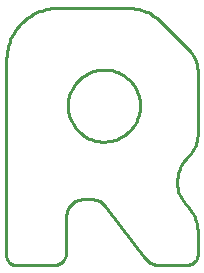
<source format=gbp>
G75*
%MOIN*%
%OFA0B0*%
%FSLAX24Y24*%
%IPPOS*%
%LPD*%
%AMOC8*
5,1,8,0,0,1.08239X$1,22.5*
%
%ADD10C,0.0100*%
D10*
X002671Y002579D02*
X003996Y002579D01*
X004036Y002584D01*
X004074Y002592D01*
X004112Y002604D01*
X004148Y002619D01*
X004183Y002638D01*
X004216Y002660D01*
X004247Y002684D01*
X004276Y002712D01*
X004302Y002742D01*
X004324Y002774D01*
X004344Y002808D01*
X004361Y002844D01*
X004374Y002881D01*
X004384Y002919D01*
X004390Y002958D01*
X004393Y002998D01*
X004392Y003037D01*
X004392Y004208D01*
X004394Y004254D01*
X004400Y004300D01*
X004409Y004345D01*
X004422Y004390D01*
X004439Y004433D01*
X004459Y004474D01*
X004483Y004514D01*
X004510Y004551D01*
X004540Y004587D01*
X004572Y004619D01*
X004608Y004649D01*
X004645Y004676D01*
X004685Y004700D01*
X004726Y004720D01*
X004769Y004737D01*
X004814Y004750D01*
X004859Y004759D01*
X004905Y004765D01*
X004951Y004767D01*
X005240Y004767D01*
X005684Y004547D02*
X006987Y002844D01*
X007396Y002579D02*
X008413Y002579D01*
X008450Y002581D01*
X008487Y002587D01*
X008522Y002596D01*
X008557Y002610D01*
X008590Y002626D01*
X008621Y002647D01*
X008650Y002670D01*
X008676Y002696D01*
X008699Y002725D01*
X008720Y002756D01*
X008736Y002789D01*
X008750Y002824D01*
X008759Y002859D01*
X008765Y002896D01*
X008767Y002933D01*
X008767Y003609D01*
X008390Y004581D02*
X008385Y004586D01*
X008386Y004586D02*
X008343Y004632D01*
X008302Y004680D01*
X008265Y004731D01*
X008231Y004784D01*
X008200Y004839D01*
X008172Y004896D01*
X008148Y004954D01*
X008127Y005013D01*
X008110Y005074D01*
X008097Y005136D01*
X008088Y005198D01*
X008082Y005261D01*
X008080Y005324D01*
X008454Y006204D02*
X008454Y006204D01*
X008767Y006959D02*
X008767Y009017D01*
X008457Y009764D02*
X007522Y010699D01*
X006453Y011142D02*
X004130Y011142D01*
X004129Y011142D02*
X004048Y011141D01*
X003967Y011137D01*
X003886Y011129D01*
X003806Y011117D01*
X003726Y011101D01*
X003647Y011081D01*
X003569Y011058D01*
X003493Y011031D01*
X003417Y011000D01*
X003344Y010966D01*
X003272Y010929D01*
X003202Y010888D01*
X003133Y010843D01*
X003068Y010796D01*
X003004Y010745D01*
X002943Y010692D01*
X002884Y010635D01*
X002829Y010576D01*
X002776Y010515D01*
X002726Y010450D01*
X002679Y010384D01*
X002636Y010315D01*
X002595Y010245D01*
X002559Y010172D01*
X002525Y010098D01*
X002495Y010023D01*
X002469Y009946D01*
X002447Y009868D01*
X002428Y009789D01*
X002413Y009709D01*
X002402Y009628D01*
X002395Y009547D01*
X002391Y009466D01*
X002392Y009466D02*
X002392Y002921D01*
X002390Y002889D01*
X002392Y002856D01*
X002397Y002824D01*
X002406Y002792D01*
X002418Y002762D01*
X002433Y002733D01*
X002450Y002705D01*
X002471Y002680D01*
X002494Y002657D01*
X002520Y002637D01*
X002547Y002619D01*
X002576Y002604D01*
X002607Y002593D01*
X002639Y002585D01*
X002671Y002580D01*
X005240Y004767D02*
X005287Y004765D01*
X005333Y004759D01*
X005378Y004750D01*
X005423Y004736D01*
X005467Y004719D01*
X005508Y004698D01*
X005548Y004674D01*
X005586Y004647D01*
X005621Y004617D01*
X005654Y004583D01*
X005684Y004548D01*
X008390Y004581D02*
X008438Y004529D01*
X008483Y004473D01*
X008525Y004416D01*
X008564Y004356D01*
X008600Y004294D01*
X008632Y004231D01*
X008662Y004166D01*
X008687Y004099D01*
X008710Y004031D01*
X008728Y003962D01*
X008743Y003893D01*
X008755Y003822D01*
X008762Y003751D01*
X008766Y003680D01*
X008767Y003609D01*
X007397Y002580D02*
X007351Y002587D01*
X007307Y002598D01*
X007263Y002612D01*
X007221Y002631D01*
X007181Y002652D01*
X007142Y002677D01*
X007106Y002705D01*
X007072Y002736D01*
X007041Y002770D01*
X007013Y002806D01*
X006988Y002844D01*
X008079Y005324D02*
X008081Y005389D01*
X008087Y005455D01*
X008096Y005519D01*
X008109Y005584D01*
X008125Y005647D01*
X008144Y005710D01*
X008167Y005771D01*
X008192Y005831D01*
X008221Y005890D01*
X008253Y005947D01*
X008288Y006003D01*
X008325Y006056D01*
X008366Y006108D01*
X008409Y006157D01*
X008454Y006204D01*
X008455Y006204D02*
X008499Y006251D01*
X008540Y006301D01*
X008578Y006353D01*
X008613Y006407D01*
X008645Y006463D01*
X008673Y006521D01*
X008698Y006581D01*
X008719Y006642D01*
X008736Y006704D01*
X008750Y006767D01*
X008759Y006830D01*
X008765Y006895D01*
X008767Y006959D01*
X008455Y006204D02*
X008454Y006203D01*
X008766Y009017D02*
X008764Y009081D01*
X008758Y009144D01*
X008749Y009207D01*
X008735Y009270D01*
X008718Y009331D01*
X008697Y009391D01*
X008673Y009450D01*
X008645Y009508D01*
X008614Y009563D01*
X008579Y009617D01*
X008541Y009668D01*
X008500Y009717D01*
X008457Y009764D01*
X007522Y010699D02*
X007468Y010750D01*
X007412Y010799D01*
X007354Y010844D01*
X007293Y010887D01*
X007230Y010927D01*
X007166Y010963D01*
X007099Y010997D01*
X007032Y011027D01*
X006962Y011054D01*
X006892Y011077D01*
X006820Y011097D01*
X006748Y011113D01*
X006675Y011126D01*
X006601Y011135D01*
X006527Y011140D01*
X006453Y011142D01*
X004442Y007892D02*
X004444Y007961D01*
X004450Y008030D01*
X004460Y008098D01*
X004474Y008166D01*
X004491Y008233D01*
X004513Y008299D01*
X004538Y008363D01*
X004567Y008426D01*
X004600Y008487D01*
X004636Y008546D01*
X004675Y008603D01*
X004718Y008657D01*
X004763Y008709D01*
X004812Y008759D01*
X004863Y008805D01*
X004917Y008848D01*
X004974Y008889D01*
X005032Y008925D01*
X005093Y008959D01*
X005155Y008989D01*
X005219Y009015D01*
X005284Y009037D01*
X005351Y009056D01*
X005419Y009071D01*
X005487Y009082D01*
X005556Y009089D01*
X005625Y009092D01*
X005694Y009091D01*
X005763Y009086D01*
X005831Y009077D01*
X005899Y009064D01*
X005966Y009047D01*
X006033Y009027D01*
X006097Y009002D01*
X006160Y008974D01*
X006222Y008943D01*
X006281Y008907D01*
X006339Y008869D01*
X006394Y008827D01*
X006447Y008782D01*
X006497Y008734D01*
X006544Y008684D01*
X006588Y008630D01*
X006629Y008575D01*
X006667Y008517D01*
X006701Y008457D01*
X006732Y008395D01*
X006759Y008331D01*
X006782Y008266D01*
X006802Y008200D01*
X006818Y008132D01*
X006830Y008064D01*
X006838Y007996D01*
X006842Y007927D01*
X006842Y007857D01*
X006838Y007788D01*
X006830Y007720D01*
X006818Y007652D01*
X006802Y007584D01*
X006782Y007518D01*
X006759Y007453D01*
X006732Y007389D01*
X006701Y007327D01*
X006667Y007267D01*
X006629Y007209D01*
X006588Y007154D01*
X006544Y007100D01*
X006497Y007050D01*
X006447Y007002D01*
X006394Y006957D01*
X006339Y006915D01*
X006281Y006877D01*
X006222Y006841D01*
X006160Y006810D01*
X006097Y006782D01*
X006033Y006757D01*
X005966Y006737D01*
X005899Y006720D01*
X005831Y006707D01*
X005763Y006698D01*
X005694Y006693D01*
X005625Y006692D01*
X005556Y006695D01*
X005487Y006702D01*
X005419Y006713D01*
X005351Y006728D01*
X005284Y006747D01*
X005219Y006769D01*
X005155Y006795D01*
X005093Y006825D01*
X005032Y006859D01*
X004974Y006895D01*
X004917Y006936D01*
X004863Y006979D01*
X004812Y007025D01*
X004763Y007075D01*
X004718Y007127D01*
X004675Y007181D01*
X004636Y007238D01*
X004600Y007297D01*
X004567Y007358D01*
X004538Y007421D01*
X004513Y007485D01*
X004491Y007551D01*
X004474Y007618D01*
X004460Y007686D01*
X004450Y007754D01*
X004444Y007823D01*
X004442Y007892D01*
M02*

</source>
